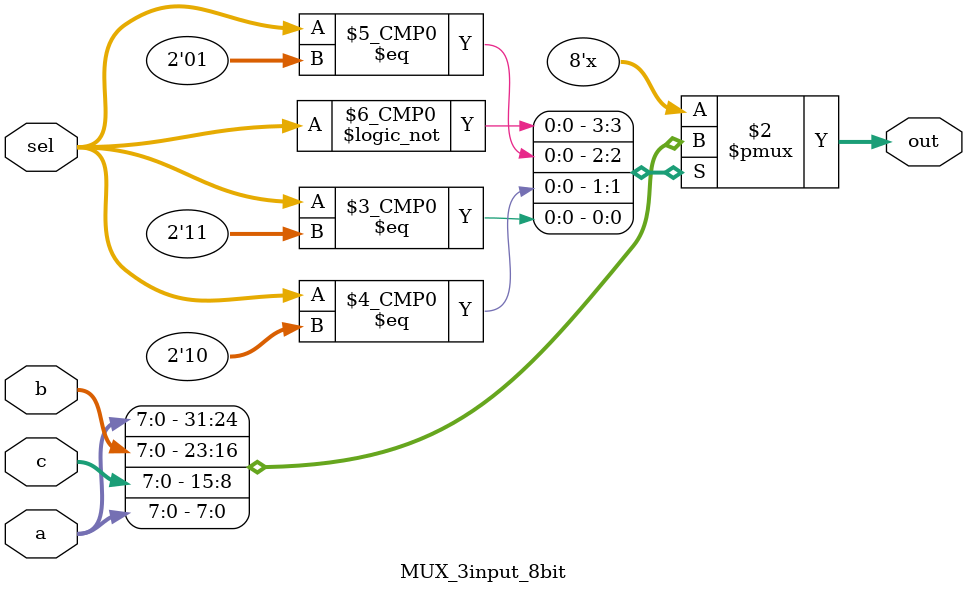
<source format=v>
module MUX_3input_8bit(
	input [7:0]a,
	input [7:0]b,
	input [7:0]c,
	input [1:0]sel,
	
	output reg [7:0]out
);

	always @ (a or b or c or sel) begin // https://www.javatpoint.com/verilog-multiplexer
		
		case(sel)
		
			2'b00: out <= a;
			2'b01: out <= b;
			2'b10: out <= c;
			2'b11: out <= a; 
		
		endcase
		
	end
endmodule
</source>
